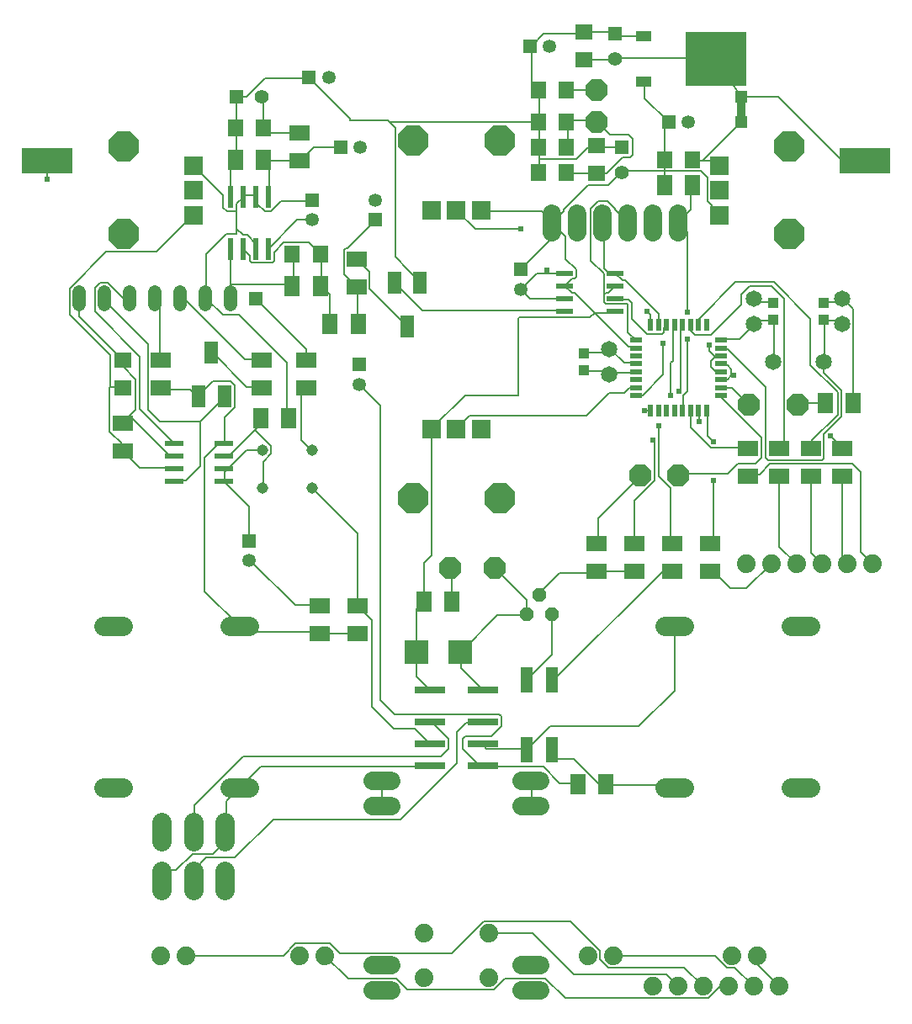
<source format=gbr>
G04 EAGLE Gerber X2 export*
%TF.Part,Single*%
%TF.FileFunction,Copper,L1,Top,Mixed*%
%TF.FilePolarity,Positive*%
%TF.GenerationSoftware,Autodesk,EAGLE,9.2.2*%
%TF.CreationDate,2019-04-19T13:43:21Z*%
G75*
%MOMM*%
%FSLAX34Y34*%
%LPD*%
%INTop Copper*%
%AMOC8*
5,1,8,0,0,1.08239X$1,22.5*%
G01*
%ADD10R,1.350000X1.350000*%
%ADD11C,1.350000*%
%ADD12R,1.000000X1.100000*%
%ADD13C,1.651000*%
%ADD14R,1.800000X1.600000*%
%ADD15C,1.143000*%
%ADD16R,1.600000X1.800000*%
%ADD17C,1.408000*%
%ADD18R,1.408000X1.408000*%
%ADD19R,0.609600X2.209800*%
%ADD20C,1.879600*%
%ADD21R,1.600000X2.000000*%
%ADD22R,2.000000X1.600000*%
%ADD23R,1.320800X2.184400*%
%ADD24R,1.879600X1.879600*%
%ADD25P,3.247170X8X22.500000*%
%ADD26R,1.320800X1.320800*%
%ADD27C,1.320800*%
%ADD28R,1.981200X0.558800*%
%ADD29R,1.270000X0.558800*%
%ADD30R,0.558800X1.270000*%
%ADD31P,3.247170X8X112.500000*%
%ADD32P,3.247170X8X202.500000*%
%ADD33P,3.247170X8X292.500000*%
%ADD34R,3.100000X0.800000*%
%ADD35R,1.270000X2.540000*%
%ADD36C,1.950000*%
%ADD37R,1.600000X1.000000*%
%ADD38R,6.200000X5.400000*%
%ADD39P,2.336880X8X22.500000*%
%ADD40R,2.400000X2.400000*%
%ADD41R,1.270000X1.270000*%
%ADD42C,0.812800*%
%ADD43C,1.879600*%
%ADD44R,5.080000X2.540000*%
%ADD45P,1.429621X8X22.500000*%
%ADD46R,1.720000X0.600000*%
%ADD47P,2.336880X8X202.500000*%
%ADD48C,0.203200*%
%ADD49C,0.604800*%


D10*
X343874Y644664D03*
D11*
X343874Y624664D03*
D10*
X360700Y790100D03*
D11*
X360700Y810100D03*
D10*
X297200Y810100D03*
D11*
X297200Y790100D03*
D12*
X811550Y707000D03*
X811550Y690000D03*
X760750Y707000D03*
X760750Y690000D03*
D13*
X595650Y635000D03*
X595650Y660400D03*
D10*
X325300Y863600D03*
D11*
X345300Y863600D03*
D14*
X106700Y649000D03*
X106700Y621000D03*
D15*
X296800Y520700D03*
X246800Y520700D03*
D10*
X293550Y933450D03*
D11*
X313550Y933450D03*
D16*
X247700Y882650D03*
X219700Y882650D03*
X276850Y755650D03*
X304850Y755650D03*
D17*
X246400Y914400D03*
D18*
X221000Y914400D03*
D19*
X214650Y761238D03*
X227350Y761238D03*
X240050Y761238D03*
X252750Y761238D03*
X252750Y813562D03*
X240050Y813562D03*
X227350Y813562D03*
X214650Y813562D03*
D20*
X538500Y796798D02*
X538500Y778002D01*
X563900Y778002D02*
X563900Y796798D01*
X589300Y796798D02*
X589300Y778002D01*
X614700Y778002D02*
X614700Y796798D01*
X640100Y796798D02*
X640100Y778002D01*
X665500Y778002D02*
X665500Y796798D01*
D21*
X219700Y850900D03*
X247700Y850900D03*
X276850Y723900D03*
X304850Y723900D03*
X314950Y685800D03*
X342950Y685800D03*
D22*
X341650Y750600D03*
X341650Y722600D03*
D23*
X405180Y726850D03*
X392450Y682850D03*
X379720Y726850D03*
D21*
X679500Y825500D03*
X651500Y825500D03*
D22*
X284500Y877600D03*
X284500Y849600D03*
X144800Y621000D03*
X144800Y649000D03*
D21*
X245100Y590550D03*
X273100Y590550D03*
D22*
X342926Y401539D03*
X342926Y373539D03*
X106700Y557500D03*
X106700Y585500D03*
X290850Y649000D03*
X290850Y621000D03*
X246400Y649000D03*
X246400Y621000D03*
D23*
X182870Y613000D03*
X195600Y657000D03*
X208330Y613000D03*
D24*
X177000Y845000D03*
X177000Y820000D03*
X177000Y795000D03*
D25*
X107000Y864000D03*
X107000Y776000D03*
D26*
X240050Y711200D03*
D27*
X214650Y717804D02*
X214650Y704596D01*
X189250Y704596D02*
X189250Y717804D01*
X163850Y717804D02*
X163850Y704596D01*
X138450Y704596D02*
X138450Y717804D01*
X113050Y717804D02*
X113050Y704596D01*
X87650Y704596D02*
X87650Y717804D01*
X62250Y717804D02*
X62250Y704596D01*
D28*
X207538Y527050D03*
X207538Y539750D03*
X207538Y552450D03*
X207538Y565150D03*
X158262Y565150D03*
X158262Y552450D03*
X158262Y539750D03*
X158262Y527050D03*
D29*
X708426Y613350D03*
X708426Y621350D03*
X708426Y629350D03*
X708426Y637350D03*
X708426Y645350D03*
X708426Y653350D03*
X708426Y661350D03*
X708426Y669350D03*
D30*
X693500Y684276D03*
X685500Y684276D03*
X677500Y684276D03*
X669500Y684276D03*
X661500Y684276D03*
X653500Y684276D03*
X645500Y684276D03*
X637500Y684276D03*
D29*
X622574Y669350D03*
X622574Y661350D03*
X622574Y653350D03*
X622574Y645350D03*
X622574Y637350D03*
X622574Y629350D03*
X622574Y621350D03*
X622574Y613350D03*
D30*
X637500Y598424D03*
X645500Y598424D03*
X653500Y598424D03*
X661500Y598424D03*
X669500Y598424D03*
X677500Y598424D03*
X685500Y598424D03*
X693500Y598424D03*
D13*
X760750Y647700D03*
X811550Y647700D03*
D22*
X767100Y532100D03*
X767100Y560100D03*
X798850Y532100D03*
X798850Y560100D03*
X830600Y532100D03*
X830600Y560100D03*
X735350Y532100D03*
X735350Y560100D03*
D24*
X417000Y580000D03*
X442000Y580000D03*
X467000Y580000D03*
D31*
X398000Y510000D03*
X486000Y510000D03*
D24*
X707000Y795000D03*
X707000Y820000D03*
X707000Y845000D03*
D32*
X777000Y776000D03*
X777000Y864000D03*
D24*
X467000Y800000D03*
X442000Y800000D03*
X417000Y800000D03*
D33*
X486000Y870000D03*
X398000Y870000D03*
D22*
X304399Y374155D03*
X304399Y402155D03*
D21*
X437489Y405703D03*
X409489Y405703D03*
D34*
X415261Y317400D03*
X415261Y285400D03*
X415261Y263400D03*
X415261Y241400D03*
X468261Y317400D03*
X468261Y285400D03*
X468261Y263400D03*
X468261Y241400D03*
D35*
X538500Y327100D03*
X513100Y327100D03*
X513100Y257100D03*
X538500Y257100D03*
D22*
X582950Y464850D03*
X582950Y436850D03*
X621050Y436850D03*
X621050Y464850D03*
X659150Y436850D03*
X659150Y464850D03*
D36*
X106250Y218850D02*
X86750Y218850D01*
X86750Y381150D02*
X106250Y381150D01*
X213750Y218850D02*
X233250Y218850D01*
X233250Y381150D02*
X213750Y381150D01*
X778750Y381150D02*
X798250Y381150D01*
X798250Y218850D02*
X778750Y218850D01*
X671250Y381150D02*
X651750Y381150D01*
X651750Y218850D02*
X671250Y218850D01*
D16*
X651500Y850900D03*
X679500Y850900D03*
D10*
X655500Y889000D03*
D11*
X675500Y889000D03*
D10*
X515800Y965200D03*
D11*
X535800Y965200D03*
D14*
X570250Y979200D03*
X570250Y951200D03*
D17*
X608350Y838200D03*
D18*
X608350Y863600D03*
D17*
X602000Y952500D03*
D18*
X602000Y977900D03*
D37*
X630200Y975300D03*
X630200Y929700D03*
D38*
X703200Y952500D03*
D10*
X233700Y467200D03*
D11*
X233700Y447200D03*
D21*
X564237Y221972D03*
X592237Y221972D03*
D15*
X296800Y558800D03*
X246800Y558800D03*
D16*
X524500Y889000D03*
X552500Y889000D03*
X524500Y863600D03*
X552500Y863600D03*
X524500Y838200D03*
X552500Y838200D03*
D14*
X582950Y864900D03*
X582950Y836900D03*
D39*
X627400Y533400D03*
X665500Y533400D03*
X582950Y920750D03*
X582950Y889000D03*
D40*
X402200Y355600D03*
X446200Y355600D03*
D41*
X729000Y914400D03*
X729000Y889000D03*
D42*
X729000Y914400D01*
D36*
X145000Y135000D02*
X145000Y115500D01*
X177000Y115500D02*
X177000Y135000D01*
X209000Y135000D02*
X209000Y115500D01*
X209000Y165000D02*
X209000Y184500D01*
X177000Y184500D02*
X177000Y165000D01*
X145000Y165000D02*
X145000Y184500D01*
D43*
X474512Y72606D03*
X409488Y72606D03*
X474512Y27394D03*
X409488Y27394D03*
X170200Y50000D03*
X144800Y50000D03*
X309900Y50000D03*
X284500Y50000D03*
X599700Y50000D03*
X574300Y50000D03*
X744700Y50000D03*
X719300Y50000D03*
D22*
X697250Y436850D03*
X697250Y464850D03*
D16*
X552500Y920750D03*
X524500Y920750D03*
D44*
X853134Y850000D03*
X29946Y850000D03*
D45*
X538500Y393700D03*
X525800Y412750D03*
X513100Y393700D03*
D13*
X741700Y711200D03*
X741700Y685800D03*
X830600Y711200D03*
X830600Y685800D03*
D12*
X570250Y639200D03*
X570250Y656200D03*
D46*
X602000Y698500D03*
X602000Y711200D03*
X602000Y723900D03*
X602000Y736600D03*
X551200Y736600D03*
X551200Y723900D03*
X551200Y711200D03*
X551200Y698500D03*
D10*
X506750Y740250D03*
D11*
X506750Y720250D03*
D47*
X785183Y604258D03*
D39*
X736512Y604258D03*
D21*
X813494Y605553D03*
X841494Y605553D03*
D39*
X435510Y440002D03*
X480500Y440002D03*
D20*
X507602Y200000D02*
X526398Y200000D01*
X526398Y225400D02*
X507602Y225400D01*
X376398Y200000D02*
X357602Y200000D01*
X357602Y225400D02*
X376398Y225400D01*
X507602Y15000D02*
X526398Y15000D01*
X526398Y40400D02*
X507602Y40400D01*
X376398Y15000D02*
X357602Y15000D01*
X357602Y40400D02*
X376398Y40400D01*
D43*
X766746Y18896D03*
X741346Y18896D03*
X715946Y18896D03*
X690546Y18896D03*
X665146Y18896D03*
X639746Y18896D03*
X860263Y444561D03*
X834863Y444561D03*
X809463Y444561D03*
X784063Y444561D03*
X758663Y444561D03*
X733263Y444561D03*
D48*
X253512Y849376D02*
X249448Y849376D01*
X253512Y849376D02*
X283992Y849376D01*
X284500Y849600D01*
X249448Y849376D02*
X247700Y850900D01*
X253512Y849376D02*
X253512Y814832D01*
X252750Y813562D01*
X253512Y849376D02*
X247700Y850900D01*
X298216Y863600D02*
X325300Y863600D01*
X298216Y863600D02*
X286024Y851408D01*
X284500Y849600D01*
X170200Y528320D02*
X160040Y528320D01*
X170200Y528320D02*
X184424Y542544D01*
X184424Y587248D01*
X208808Y611632D01*
X160040Y528320D02*
X158262Y527050D01*
X208808Y611632D02*
X208330Y613000D01*
X131592Y665226D02*
X87650Y709168D01*
X87650Y711200D01*
X131592Y665226D02*
X131592Y598932D01*
X143276Y587248D01*
X184424Y587248D01*
X605048Y975360D02*
X629432Y975360D01*
X605048Y975360D02*
X603016Y977392D01*
X629432Y975360D02*
X630200Y975300D01*
X603016Y977392D02*
X602000Y977900D01*
X600984Y979424D02*
X570504Y979424D01*
X570250Y979200D01*
X600984Y979424D02*
X602000Y977900D01*
X608350Y863600D02*
X584728Y863600D01*
X582950Y864900D01*
X525800Y863600D02*
X525800Y851408D01*
X525800Y839216D01*
X524500Y838200D01*
X525800Y863600D02*
X525800Y887984D01*
X524500Y889000D01*
X524500Y863600D02*
X525800Y863600D01*
X525800Y890016D02*
X525800Y920496D01*
X524500Y920750D01*
X525800Y890016D02*
X524500Y889000D01*
X517672Y928624D02*
X517672Y965200D01*
X517672Y928624D02*
X523768Y922528D01*
X524500Y920750D01*
X574568Y863600D02*
X582696Y863600D01*
X574568Y863600D02*
X562376Y851408D01*
X525800Y851408D01*
X582696Y863600D02*
X582950Y864900D01*
X568472Y977392D02*
X529864Y977392D01*
X517672Y965200D01*
X568472Y977392D02*
X570250Y979200D01*
X517672Y965200D02*
X515800Y965200D01*
X221000Y914400D02*
X221000Y883920D01*
X219700Y882650D01*
X221000Y881888D02*
X221000Y851408D01*
X219700Y850900D01*
X221000Y881888D02*
X219700Y882650D01*
X214904Y845312D02*
X214904Y814832D01*
X214904Y845312D02*
X218968Y849376D01*
X214904Y814832D02*
X214650Y813562D01*
X218968Y849376D02*
X219700Y850900D01*
X334792Y890016D02*
X334792Y892048D01*
X294152Y932688D01*
X293550Y933450D01*
X231160Y914400D02*
X221000Y914400D01*
X231160Y914400D02*
X249448Y932688D01*
X292120Y932688D01*
X293550Y933450D01*
X334792Y890016D02*
X373400Y890016D01*
X374327Y889089D02*
X524436Y889089D01*
X524500Y889000D01*
X380460Y882956D02*
X374327Y889089D01*
X373400Y890016D01*
X380460Y752840D02*
X405180Y726850D01*
X380460Y752840D02*
X380460Y882956D01*
X212872Y552704D02*
X208808Y552704D01*
X239288Y579120D02*
X243352Y583184D01*
X239288Y579120D02*
X212872Y552704D01*
X243352Y583184D02*
X243352Y589280D01*
X208808Y552704D02*
X207538Y552450D01*
X243352Y589280D02*
X245100Y590550D01*
X247416Y546608D02*
X247416Y522224D01*
X247416Y546608D02*
X255544Y554736D01*
X255544Y562864D01*
X239288Y579120D01*
X247416Y522224D02*
X246800Y520700D01*
X208808Y536448D02*
X208808Y538480D01*
X208808Y536448D02*
X208808Y528320D01*
X207538Y527050D01*
X208808Y538480D02*
X207538Y539750D01*
X231160Y558800D02*
X246800Y558800D01*
X231160Y558800D02*
X208808Y536448D01*
X233192Y501904D02*
X233192Y467360D01*
X233192Y501904D02*
X208808Y526288D01*
X233192Y467360D02*
X233700Y467200D01*
X208808Y526288D02*
X207538Y527050D01*
X286024Y568960D02*
X286024Y617073D01*
X286024Y568960D02*
X296184Y558800D01*
X286024Y617073D02*
X290850Y621000D01*
X296184Y558800D02*
X296800Y558800D01*
X290850Y649000D02*
X290850Y660400D01*
X240050Y711200D01*
X245384Y650240D02*
X229128Y650240D01*
X168168Y711200D01*
X163850Y711200D01*
X245384Y650240D02*
X246400Y649000D01*
X245384Y621792D02*
X231160Y621792D01*
X196616Y656336D01*
X245384Y621792D02*
X246400Y621000D01*
X196616Y656336D02*
X195600Y657000D01*
X306344Y725424D02*
X306344Y753872D01*
X304850Y755650D01*
X306344Y725424D02*
X304850Y723900D01*
X314472Y715264D02*
X314472Y686816D01*
X314472Y715264D02*
X306344Y723392D01*
X314472Y686816D02*
X314950Y685800D01*
X306344Y723392D02*
X304850Y723900D01*
X258338Y749137D02*
X256850Y747649D01*
X258338Y749137D02*
X258338Y757730D01*
X267798Y767190D01*
X293026Y767190D01*
X306344Y753872D01*
X235950Y747649D02*
X234462Y749137D01*
X234462Y754126D01*
X227350Y761238D01*
X235950Y747649D02*
X256850Y747649D01*
X342920Y721360D02*
X342920Y686816D01*
X342920Y721360D02*
X341650Y722600D01*
X342920Y686816D02*
X342950Y685800D01*
X332760Y762000D02*
X359176Y788416D01*
X332760Y762000D02*
X330728Y762000D01*
X328696Y759968D01*
X328696Y735584D01*
X340888Y723392D01*
X359176Y788416D02*
X360700Y790100D01*
X340888Y723392D02*
X341650Y722600D01*
X143784Y707136D02*
X143784Y650240D01*
X143784Y707136D02*
X139720Y711200D01*
X143784Y650240D02*
X144800Y649000D01*
X139720Y711200D02*
X138450Y711200D01*
X107208Y648208D02*
X107208Y642112D01*
X119400Y629920D01*
X119400Y599440D01*
X113304Y593344D02*
X107208Y587248D01*
X113304Y593344D02*
X119400Y599440D01*
X107208Y648208D02*
X106700Y649000D01*
X107208Y587248D02*
X106700Y585500D01*
X153944Y552704D02*
X158008Y552704D01*
X153944Y552704D02*
X113304Y593344D01*
X158008Y552704D02*
X158262Y552450D01*
X113304Y593344D02*
X106700Y585500D01*
X62504Y692912D02*
X62504Y711200D01*
X62504Y692912D02*
X105176Y650240D01*
X62504Y711200D02*
X62250Y711200D01*
X105176Y650240D02*
X106700Y649000D01*
X123464Y540512D02*
X158496Y540512D01*
X123464Y540512D02*
X107208Y556768D01*
X106700Y557500D01*
X105176Y621792D02*
X93472Y621792D01*
X105176Y621792D02*
X106700Y621000D01*
X105176Y564896D02*
X105176Y558800D01*
X105176Y564896D02*
X92984Y577088D01*
X92984Y621792D01*
X105176Y558800D02*
X106700Y557500D01*
X158496Y540512D02*
X158262Y539750D01*
X93472Y621792D02*
X93472Y654304D01*
X52832Y694944D01*
X52832Y721360D01*
X89408Y757936D01*
X140208Y757936D01*
X176784Y794512D01*
X93472Y621792D02*
X92984Y621792D01*
X176784Y794512D02*
X177000Y795000D01*
X354190Y721110D02*
X392450Y682850D01*
X354190Y721110D02*
X354190Y738060D01*
X341650Y750600D01*
X550692Y699008D02*
X551200Y698500D01*
X407562Y699008D02*
X379720Y726850D01*
X407562Y699008D02*
X550692Y699008D01*
X745256Y688848D02*
X759480Y688848D01*
X745256Y688848D02*
X743224Y686816D01*
X759480Y688848D02*
X760750Y690000D01*
X743224Y686816D02*
X741700Y685800D01*
X726968Y670560D02*
X708680Y670560D01*
X726968Y670560D02*
X741192Y684784D01*
X708680Y670560D02*
X708426Y669350D01*
X741192Y684784D02*
X741700Y685800D01*
X761512Y688848D02*
X761512Y648208D01*
X760750Y647700D01*
X761512Y688848D02*
X760750Y690000D01*
X812312Y688848D02*
X828568Y688848D01*
X830600Y686816D01*
X830600Y685800D01*
X753384Y621792D02*
X714776Y660400D01*
X753384Y621792D02*
X753384Y550672D01*
X755416Y548640D01*
X810280Y548640D01*
X812312Y648208D02*
X812312Y688848D01*
X811550Y690000D01*
X812312Y648208D02*
X811550Y647700D01*
X829617Y618199D02*
X829617Y592728D01*
X811550Y574661D01*
X811550Y636266D02*
X811550Y647700D01*
X811550Y636266D02*
X829617Y618199D01*
X714776Y660400D02*
X709376Y660400D01*
X708426Y661350D01*
X811550Y549910D02*
X810280Y548640D01*
X811550Y549910D02*
X811550Y574661D01*
X590824Y656336D02*
X570504Y656336D01*
X590824Y656336D02*
X594888Y660400D01*
X570504Y656336D02*
X570250Y656200D01*
X594888Y660400D02*
X595650Y660400D01*
X611144Y646176D02*
X621304Y646176D01*
X611144Y646176D02*
X596920Y660400D01*
X621304Y646176D02*
X622574Y645350D01*
X596920Y660400D02*
X595650Y660400D01*
X614700Y677224D02*
X622574Y669350D01*
X614700Y677224D02*
X614700Y704850D01*
X613890Y705660D01*
X592348Y705660D01*
X590860Y707148D01*
X590860Y715252D01*
X592348Y716740D01*
X594840Y716740D01*
X602000Y723900D01*
X590860Y715252D02*
X590860Y735897D01*
X577362Y749395D01*
X577362Y801743D02*
X584355Y808736D01*
X594245Y808736D01*
X601238Y801743D01*
X601238Y800862D01*
X614700Y787400D01*
X577362Y801743D02*
X577362Y749395D01*
D49*
X633750Y698500D03*
D48*
X637500Y694750D02*
X637500Y684276D01*
X637500Y694750D02*
X633750Y698500D01*
X600984Y735584D02*
X596920Y735584D01*
X600984Y735584D02*
X602000Y736600D01*
X590824Y741680D02*
X590824Y786384D01*
X590824Y741680D02*
X596920Y735584D01*
X590824Y786384D02*
X589300Y787400D01*
X602000Y736600D02*
X596920Y735584D01*
X602000Y736600D02*
X609160Y729440D01*
X611652Y729440D01*
X645500Y695592D01*
X645500Y684276D01*
X670072Y613664D02*
X670072Y599440D01*
X670072Y613664D02*
X674136Y617728D01*
X674136Y670560D01*
X674136Y696976D02*
X674136Y778256D01*
X666008Y786384D01*
X670072Y599440D02*
X669500Y598424D01*
X666008Y786384D02*
X665500Y787400D01*
X678200Y800608D02*
X678200Y824992D01*
X678200Y800608D02*
X666008Y788416D01*
X678200Y824992D02*
X679500Y825500D01*
X666008Y788416D02*
X665500Y787400D01*
D49*
X674136Y670560D03*
X674136Y696976D03*
D48*
X678200Y597408D02*
X678200Y581152D01*
X698520Y560832D01*
X735096Y560832D01*
X678200Y597408D02*
X677500Y598424D01*
X735096Y560832D02*
X735350Y560100D01*
X686328Y587248D02*
X686328Y597408D01*
X818408Y573024D02*
X830600Y560832D01*
X686328Y597408D02*
X685500Y598424D01*
X830600Y560832D02*
X830600Y560100D01*
D49*
X686328Y587248D03*
X818408Y573024D03*
D48*
X686328Y690880D02*
X722904Y727456D01*
X761512Y727456D01*
X798199Y560726D02*
X798850Y560100D01*
X825553Y594412D02*
X825553Y616516D01*
X798850Y567708D02*
X798850Y560100D01*
X798850Y567708D02*
X825553Y594412D01*
X686328Y685104D02*
X685500Y684276D01*
X686328Y685104D02*
X686328Y690880D01*
X761512Y727456D02*
X798028Y690940D01*
X798028Y644041D01*
X825553Y616516D01*
X678200Y678688D02*
X678200Y682752D01*
X678200Y678688D02*
X682264Y674624D01*
X698520Y674624D01*
X729000Y705104D01*
X729000Y715264D01*
X737128Y723392D01*
X759480Y723392D01*
X771672Y711200D01*
X678200Y682752D02*
X677500Y684276D01*
X771672Y711200D02*
X771672Y564672D01*
X767100Y560100D01*
X455440Y593440D02*
X442000Y580000D01*
X616224Y621350D02*
X622574Y621350D01*
X616224Y621350D02*
X610824Y615950D01*
X595650Y615950D01*
X573140Y593440D02*
X455440Y593440D01*
X573140Y593440D02*
X595650Y615950D01*
X623336Y613664D02*
X629432Y613664D01*
X650260Y634492D01*
X650260Y666242D01*
X623336Y613664D02*
X622574Y613350D01*
D49*
X650260Y666242D03*
D48*
X460950Y781050D02*
X442000Y800000D01*
X460950Y781050D02*
X506750Y781050D01*
D49*
X506750Y781050D03*
X631150Y598424D03*
D48*
X637500Y598424D01*
X450616Y613664D02*
X418104Y581152D01*
X417000Y580000D01*
X615208Y662432D02*
X621304Y662432D01*
X615208Y662432D02*
X581045Y696595D01*
X621304Y662432D02*
X622574Y661350D01*
X527832Y798576D02*
X468904Y798576D01*
X527832Y798576D02*
X537992Y788416D01*
X468904Y798576D02*
X467000Y800000D01*
X537992Y788416D02*
X538500Y787400D01*
X651784Y827024D02*
X651784Y839216D01*
X651784Y849376D01*
X651500Y850900D01*
X651784Y827024D02*
X651500Y825500D01*
X631464Y912368D02*
X631464Y928624D01*
X631464Y912368D02*
X653816Y890016D01*
X631464Y928624D02*
X630200Y929700D01*
X653816Y890016D02*
X655500Y889000D01*
X651784Y885952D02*
X651784Y851408D01*
X651784Y885952D02*
X653816Y887984D01*
X651784Y851408D02*
X651500Y850900D01*
X653816Y887984D02*
X655500Y889000D01*
X651784Y839216D02*
X609112Y839216D01*
X608350Y838200D01*
X702584Y638048D02*
X706648Y638048D01*
X702584Y638048D02*
X698520Y642112D01*
X698520Y648208D01*
X702584Y652272D01*
X706648Y652272D01*
X706648Y638048D02*
X708426Y637350D01*
X706648Y652272D02*
X708426Y653350D01*
X702584Y652272D02*
X696488Y658368D01*
X696488Y664464D01*
X702584Y652272D02*
X708426Y653350D01*
X688360Y839216D02*
X651784Y839216D01*
X688360Y839216D02*
X694456Y833120D01*
X694456Y808736D01*
X706648Y796544D01*
X707000Y795000D01*
X550184Y798576D02*
X540024Y788416D01*
X550184Y798576D02*
X550184Y800608D01*
X574568Y824992D01*
X594888Y824992D01*
X607080Y837184D01*
X540024Y788416D02*
X538500Y787400D01*
X607080Y837184D02*
X608350Y838200D01*
D49*
X696488Y664464D03*
D48*
X505348Y691990D02*
X503860Y690502D01*
X576440Y691990D02*
X581045Y696595D01*
X576440Y691990D02*
X505348Y691990D01*
X551200Y723900D02*
X558360Y731060D01*
X560852Y731060D01*
X551200Y723900D02*
X558360Y716740D01*
X560852Y716740D01*
X580997Y696595D02*
X581045Y696595D01*
X580997Y696595D02*
X560852Y716740D01*
X506750Y740250D02*
X540024Y773524D01*
X540024Y788416D01*
X538500Y787400D02*
X551962Y773938D01*
X562340Y740652D02*
X562340Y732548D01*
X560852Y731060D01*
X551962Y751030D02*
X551962Y773938D01*
X551962Y751030D02*
X562340Y740652D01*
X581045Y696595D02*
X600095Y696595D01*
X602000Y698500D01*
X503860Y690502D02*
X503860Y613664D01*
X450616Y613664D01*
X402200Y398415D02*
X402200Y355600D01*
X402200Y398415D02*
X409489Y405703D01*
X409489Y444796D01*
X417000Y452308D01*
X417000Y580000D01*
X402200Y330461D02*
X415261Y317400D01*
X402200Y330461D02*
X402200Y355600D01*
X668040Y619760D02*
X668040Y682752D01*
X668040Y619760D02*
X666008Y617728D01*
X668040Y682752D02*
X669500Y684276D01*
D49*
X666008Y617728D03*
D48*
X621304Y508000D02*
X621304Y465328D01*
X621304Y508000D02*
X641624Y528320D01*
X641624Y566928D01*
X639592Y568960D01*
X621304Y465328D02*
X621050Y464850D01*
D49*
X639592Y568960D03*
D48*
X659912Y648208D02*
X659912Y682752D01*
X659912Y648208D02*
X657880Y646176D01*
X657880Y613664D01*
X659912Y682752D02*
X661500Y684276D01*
D49*
X657880Y613664D03*
D48*
X657880Y520192D02*
X657880Y465328D01*
X657880Y520192D02*
X645688Y532384D01*
X645688Y583184D01*
X657880Y465328D02*
X659150Y464850D01*
D49*
X645688Y583184D03*
D48*
X758663Y444561D02*
X733690Y419588D01*
X717624Y419588D01*
X700363Y436850D01*
X697250Y436850D01*
X749320Y570992D02*
X708680Y611632D01*
X749320Y570992D02*
X749320Y550672D01*
X743224Y544576D01*
X708680Y611632D02*
X708426Y613350D01*
X714776Y534416D02*
X666008Y534416D01*
X714776Y534416D02*
X724936Y544576D01*
X743224Y544576D01*
X666008Y534416D02*
X665500Y533400D01*
X342926Y474574D02*
X296800Y520700D01*
X342926Y474574D02*
X342926Y401539D01*
X357144Y300099D02*
X378859Y278384D01*
X400277Y278384D01*
X415261Y263400D01*
X357144Y387321D02*
X342926Y401539D01*
X357144Y387321D02*
X357144Y300099D01*
X546120Y223520D02*
X562376Y223520D01*
X546120Y223520D02*
X529864Y239776D01*
X468904Y239776D01*
X562376Y223520D02*
X564237Y221972D01*
X468904Y239776D02*
X468261Y241400D01*
X379606Y292608D02*
X365371Y306843D01*
X379606Y292608D02*
X485160Y292608D01*
X487192Y290576D01*
X487192Y280416D01*
X477032Y270256D01*
X450616Y270256D01*
X448584Y268224D01*
X448584Y257829D01*
X465014Y241400D01*
X365371Y306843D02*
X365371Y603504D01*
X345440Y623824D02*
X343874Y624664D01*
X365371Y603504D01*
X465014Y241400D02*
X468261Y241400D01*
X437489Y405703D02*
X437489Y438024D01*
X435510Y440002D01*
X483128Y392176D02*
X511576Y392176D01*
X483128Y392176D02*
X446552Y355600D01*
X511576Y392176D02*
X513100Y393700D01*
X446552Y355600D02*
X446200Y355600D01*
X513100Y407402D02*
X480500Y440002D01*
X513100Y407402D02*
X513100Y393700D01*
X446552Y339109D02*
X468261Y317400D01*
X446552Y339109D02*
X446552Y355600D01*
X584728Y436880D02*
X619272Y436880D01*
X584728Y436880D02*
X582950Y436850D01*
X619272Y436880D02*
X621050Y436850D01*
X582696Y434848D02*
X546120Y434848D01*
X525800Y414528D01*
X582696Y434848D02*
X582950Y436850D01*
X525800Y414528D02*
X525800Y412750D01*
X649722Y436850D02*
X659150Y436850D01*
X539972Y327100D02*
X538500Y327100D01*
X539972Y327100D02*
X649722Y436850D01*
X160040Y136144D02*
X145816Y136144D01*
X160040Y136144D02*
X176296Y152400D01*
X196616Y152400D01*
X208808Y164592D01*
X145816Y136144D02*
X145000Y135000D01*
X208808Y164592D02*
X209000Y165000D01*
X245384Y239776D02*
X414040Y239776D01*
X245384Y239776D02*
X225064Y219456D01*
X223500Y218850D01*
X210840Y205232D02*
X210840Y166624D01*
X210840Y205232D02*
X223032Y217424D01*
X210840Y166624D02*
X209000Y165000D01*
X223032Y217424D02*
X223500Y218850D01*
X414040Y239776D02*
X415261Y241400D01*
X451359Y284480D02*
X466872Y284480D01*
X451359Y284480D02*
X442117Y275238D01*
X442117Y243469D01*
X385592Y186944D01*
X257576Y186944D01*
X218968Y148336D01*
X190520Y148336D01*
X178328Y136144D01*
X466872Y284480D02*
X468261Y285400D01*
X178328Y136144D02*
X177000Y135000D01*
X279928Y402336D02*
X304312Y402336D01*
X279928Y402336D02*
X235224Y447040D01*
X304312Y402336D02*
X304399Y402155D01*
X235224Y447040D02*
X233700Y447200D01*
X434360Y268224D02*
X434360Y258064D01*
X426232Y249936D01*
X227096Y249936D01*
X178328Y201168D01*
X178328Y166328D02*
X177000Y165000D01*
X178328Y166328D02*
X178328Y201168D01*
X415261Y285400D02*
X417184Y285400D01*
X434360Y268224D01*
X471745Y258064D02*
X511576Y258064D01*
X513100Y257100D01*
X471745Y258064D02*
X468261Y263400D01*
X513100Y257100D02*
X536670Y280670D01*
X625495Y280670D01*
X661500Y316675D02*
X661500Y381150D01*
X661500Y316675D02*
X625495Y280670D01*
X208808Y566928D02*
X208808Y591312D01*
X218968Y601472D01*
X218968Y623824D01*
X214904Y627888D01*
X196616Y627888D01*
X182392Y613664D01*
X208808Y566928D02*
X207538Y565150D01*
X182870Y613000D02*
X182392Y613664D01*
X174264Y619760D02*
X145816Y619760D01*
X174264Y619760D02*
X180360Y613664D01*
X145816Y619760D02*
X144800Y621000D01*
X180360Y613664D02*
X182870Y613000D01*
X540024Y256032D02*
X540024Y247904D01*
X540024Y256032D02*
X538500Y257100D01*
X554248Y837184D02*
X582696Y837184D01*
X554248Y837184D02*
X552500Y838200D01*
X582696Y837184D02*
X582950Y836900D01*
X554248Y863600D02*
X554248Y887984D01*
X554248Y863600D02*
X552500Y863600D01*
X554248Y887984D02*
X552500Y889000D01*
X551200Y711200D02*
X550184Y711200D01*
X247416Y883920D02*
X247416Y914400D01*
X247416Y883920D02*
X247700Y882650D01*
X247416Y914400D02*
X246400Y914400D01*
X570504Y950976D02*
X600984Y950976D01*
X570504Y950976D02*
X570250Y951200D01*
X600984Y950976D02*
X602000Y952500D01*
X305923Y374947D02*
X304399Y374155D01*
X283992Y877824D02*
X253512Y877824D01*
X249448Y881888D01*
X283992Y877824D02*
X284500Y877600D01*
X249448Y881888D02*
X247700Y882650D01*
X253512Y762000D02*
X252750Y761238D01*
X554248Y890016D02*
X582696Y890016D01*
X554248Y890016D02*
X552500Y889000D01*
X582696Y890016D02*
X582950Y889000D01*
X584728Y837184D02*
X592856Y837184D01*
X609112Y853440D01*
X617240Y853440D01*
X619272Y855472D01*
X619272Y871728D01*
X615208Y875792D01*
X596920Y875792D01*
X584728Y887984D01*
X584728Y837184D02*
X582950Y836900D01*
X584728Y887984D02*
X582950Y889000D01*
X603016Y953008D02*
X702584Y953008D01*
X703200Y952500D01*
X603016Y953008D02*
X602000Y952500D01*
X206776Y564896D02*
X202712Y564896D01*
X188488Y550672D01*
X206776Y564896D02*
X207538Y565150D01*
D49*
X533166Y739394D03*
D48*
X342926Y373539D02*
X333976Y373539D01*
X342134Y374331D02*
X342926Y373539D01*
X252750Y761238D02*
X281612Y790100D01*
X297200Y790100D01*
X702584Y940816D02*
X702584Y953008D01*
X551200Y736600D02*
X523100Y736600D01*
X506750Y720250D01*
X515800Y711200D02*
X551200Y711200D01*
X515800Y711200D02*
X506750Y720250D01*
X584728Y223520D02*
X590824Y223520D01*
X584728Y223520D02*
X560344Y247904D01*
X540024Y247904D01*
X590824Y223520D02*
X592237Y221972D01*
X540024Y247904D02*
X538500Y257100D01*
X334792Y373888D02*
X306344Y373888D01*
X334792Y373888D02*
X342926Y373539D01*
X306344Y373888D02*
X304399Y374155D01*
X304312Y375920D02*
X229128Y375920D01*
X225064Y379984D01*
X304312Y375920D02*
X304399Y374155D01*
X225064Y379984D02*
X223500Y381150D01*
X592856Y221488D02*
X657880Y221488D01*
X659912Y219456D01*
X592856Y221488D02*
X592237Y221972D01*
X659912Y219456D02*
X661500Y218850D01*
X188488Y416560D02*
X188488Y550672D01*
X188488Y416560D02*
X223032Y382016D01*
X223500Y381150D01*
X30103Y849843D02*
X29946Y850000D01*
X30103Y849843D02*
X30103Y845000D01*
X702584Y953008D02*
X729000Y914400D01*
X765557Y914400D01*
X829957Y850000D01*
X853134Y850000D01*
X30480Y845312D02*
X30480Y831088D01*
X30480Y845312D02*
X29946Y850000D01*
D49*
X30480Y831088D03*
D48*
X708680Y629920D02*
X714776Y629920D01*
X718840Y633984D01*
X718840Y640080D01*
X714776Y644144D01*
X708680Y644144D01*
X708680Y629920D02*
X708426Y629350D01*
X708680Y644144D02*
X708426Y645350D01*
X592856Y638048D02*
X570504Y638048D01*
X592856Y638048D02*
X594888Y636016D01*
X570504Y638048D02*
X570250Y639200D01*
X594888Y636016D02*
X595650Y635000D01*
X747288Y707136D02*
X759480Y707136D01*
X747288Y707136D02*
X743224Y711200D01*
X759480Y707136D02*
X760750Y707000D01*
X743224Y711200D02*
X741700Y711200D01*
X812312Y707136D02*
X826536Y707136D01*
X830600Y711200D01*
X812312Y707136D02*
X811550Y707000D01*
X621304Y636016D02*
X596920Y636016D01*
X621304Y636016D02*
X622574Y637350D01*
X596920Y636016D02*
X595650Y635000D01*
X690900Y849376D02*
X702584Y849376D01*
X690900Y849376D02*
X680232Y849376D01*
X702584Y849376D02*
X706648Y845312D01*
X680232Y849376D02*
X679500Y850900D01*
X706648Y845312D02*
X707000Y845000D01*
X718840Y633984D02*
X720872Y633984D01*
X584474Y466090D02*
X582950Y464850D01*
X517672Y325120D02*
X513608Y325120D01*
X513100Y327100D01*
D49*
X720872Y633984D03*
D48*
X690900Y850900D02*
X729000Y889000D01*
X690900Y850900D02*
X690900Y849376D01*
X584728Y489712D02*
X584728Y465328D01*
X584728Y489712D02*
X627400Y532384D01*
X584728Y465328D02*
X582950Y464850D01*
X627400Y532384D02*
X627400Y533400D01*
X830600Y711200D02*
X841494Y700306D01*
X841494Y605553D01*
X538500Y352500D02*
X513100Y327100D01*
X538500Y352500D02*
X538500Y393700D01*
X239288Y814832D02*
X229128Y814832D01*
X227350Y813562D01*
X239288Y814832D02*
X240050Y813562D01*
X239288Y759968D02*
X239288Y753872D01*
X221000Y798576D02*
X221000Y806704D01*
X221000Y781050D02*
X221000Y776224D01*
X221000Y806704D02*
X227096Y812800D01*
X240050Y761238D02*
X239288Y759968D01*
X227096Y812800D02*
X227350Y813562D01*
X265704Y808736D02*
X296184Y808736D01*
X265704Y808736D02*
X255544Y798576D01*
X249448Y798576D01*
X241320Y806704D01*
X241320Y812800D01*
X296184Y808736D02*
X297200Y810100D01*
X241320Y812800D02*
X240050Y813562D01*
X271800Y646176D02*
X271800Y591312D01*
X271800Y646176D02*
X223032Y694944D01*
X206776Y694944D01*
X190520Y711200D01*
X271800Y591312D02*
X273100Y590550D01*
X221000Y776224D02*
X210840Y776224D01*
X190520Y755904D01*
X190520Y711200D01*
X189250Y711200D01*
X91438Y726948D02*
X83862Y726948D01*
X78506Y721592D01*
X123464Y599948D02*
X158262Y565150D01*
X107186Y711200D02*
X91438Y726948D01*
X78506Y721592D02*
X78506Y697786D01*
X123464Y652828D01*
X123464Y599948D01*
X113050Y711200D02*
X107186Y711200D01*
X221000Y781050D02*
X227223Y774827D01*
X231450Y774827D01*
X240050Y766227D01*
X240050Y761238D01*
X207264Y814832D02*
X178816Y843280D01*
X207264Y814832D02*
X207264Y802640D01*
X211328Y798576D01*
X221000Y798576D01*
X178816Y843280D02*
X177000Y845000D01*
X221000Y798576D02*
X221000Y781050D01*
X767100Y461524D02*
X784063Y444561D01*
X767100Y461524D02*
X767100Y532100D01*
X798088Y530352D02*
X798850Y532100D01*
X798850Y455174D01*
X809463Y444561D01*
X830600Y448824D02*
X830600Y532100D01*
X830600Y448824D02*
X834863Y444561D01*
X747161Y534289D02*
X757448Y544576D01*
X840760Y544576D01*
X848888Y536448D01*
X747161Y534289D02*
X737539Y534289D01*
X735350Y532100D01*
X848888Y536448D02*
X848888Y455936D01*
X860263Y444561D01*
X694456Y573024D02*
X694456Y597408D01*
X694456Y573024D02*
X700552Y566928D01*
X700552Y528320D02*
X700552Y467360D01*
X698520Y465328D01*
X694456Y597408D02*
X693500Y598424D01*
X698520Y465328D02*
X697250Y464850D01*
D49*
X700552Y566928D03*
X700552Y528320D03*
D48*
X744700Y40942D02*
X766746Y18896D01*
X744700Y40942D02*
X744700Y50000D01*
X722180Y38062D02*
X741346Y18896D01*
X722180Y38062D02*
X714355Y38062D01*
X702417Y50000D02*
X599700Y50000D01*
X702417Y50000D02*
X714355Y38062D01*
X715946Y18896D02*
X707429Y18896D01*
X695491Y6958D01*
X551323Y6958D02*
X531343Y26938D01*
X490939Y26938D01*
X479457Y15456D01*
X392825Y15456D01*
X381343Y26938D01*
X551323Y6958D02*
X695491Y6958D01*
X332962Y26938D02*
X309900Y50000D01*
X332962Y26938D02*
X381343Y26938D01*
X267617Y50000D02*
X170200Y50000D01*
X267617Y50000D02*
X279555Y61938D01*
X314845Y61938D02*
X324445Y52338D01*
X314845Y61938D02*
X279555Y61938D01*
X671380Y38062D02*
X690546Y18896D01*
X671380Y38062D02*
X594755Y38062D01*
X586238Y46579D01*
X586238Y54945D01*
X556639Y84544D01*
X469255Y84544D01*
X437049Y52338D02*
X324445Y52338D01*
X437049Y52338D02*
X469255Y84544D01*
X554248Y920496D02*
X582696Y920496D01*
X554248Y920496D02*
X552500Y920750D01*
X582696Y920496D02*
X582950Y920750D01*
X277896Y753872D02*
X277896Y725424D01*
X277896Y753872D02*
X276850Y755650D01*
X277896Y725424D02*
X276850Y723900D01*
X214904Y725424D02*
X214904Y711200D01*
X214904Y725424D02*
X214904Y759968D01*
X214650Y761238D01*
X214904Y711200D02*
X214650Y711200D01*
X214904Y725424D02*
X275864Y725424D01*
X276850Y723900D01*
X649346Y675386D02*
X650834Y676874D01*
X615573Y709724D02*
X603476Y709724D01*
X615573Y709724D02*
X618764Y706533D01*
X650834Y681610D02*
X653500Y684276D01*
X650834Y681610D02*
X650834Y676874D01*
X649346Y675386D02*
X633654Y675386D01*
X618764Y690276D01*
X618764Y706533D01*
X603476Y709724D02*
X602000Y711200D01*
X708426Y621350D02*
X719421Y621350D01*
X736512Y604258D01*
X786477Y605553D02*
X813494Y605553D01*
X786477Y605553D02*
X785183Y604258D01*
X367304Y223520D02*
X367304Y201168D01*
X367000Y200000D01*
X367304Y223520D02*
X367000Y225400D01*
X517672Y223520D02*
X517672Y201168D01*
X517000Y200000D01*
X517672Y223520D02*
X517000Y225400D01*
X518279Y72606D02*
X474512Y72606D01*
X653208Y30834D02*
X665146Y18896D01*
X560051Y30834D02*
X518279Y72606D01*
X560051Y30834D02*
X653208Y30834D01*
M02*

</source>
